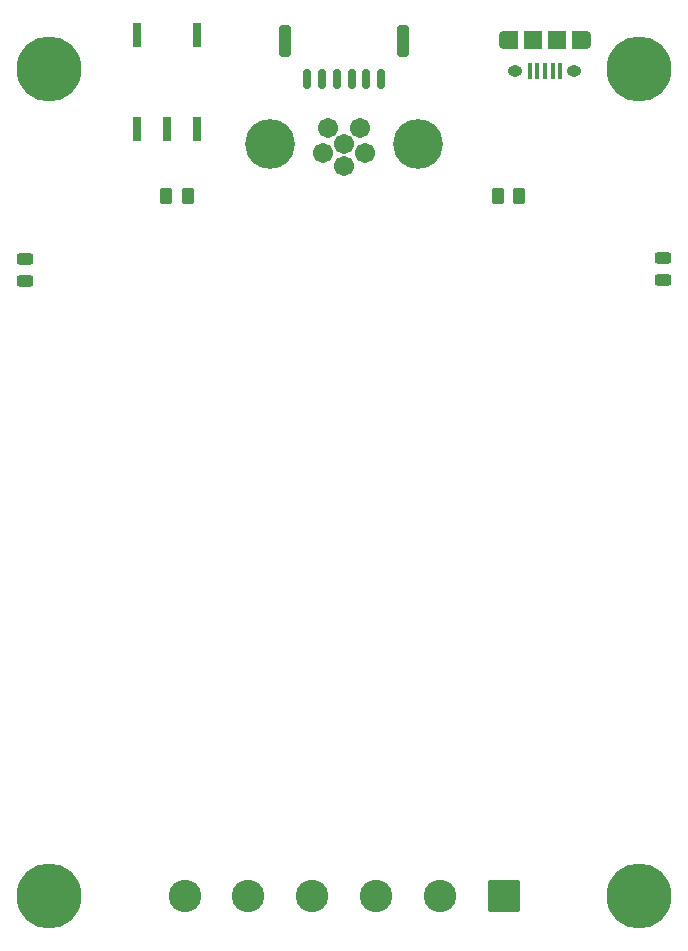
<source format=gbr>
%TF.GenerationSoftware,KiCad,Pcbnew,7.0.7-rc1*%
%TF.CreationDate,2024-03-01T23:28:45-05:00*%
%TF.ProjectId,COMPCBSTATIC,434f4d50-4342-4535-9441-5449432e6b69,rev?*%
%TF.SameCoordinates,Original*%
%TF.FileFunction,Soldermask,Top*%
%TF.FilePolarity,Negative*%
%FSLAX46Y46*%
G04 Gerber Fmt 4.6, Leading zero omitted, Abs format (unit mm)*
G04 Created by KiCad (PCBNEW 7.0.7-rc1) date 2024-03-01 23:28:45*
%MOMM*%
%LPD*%
G01*
G04 APERTURE LIST*
G04 Aperture macros list*
%AMRoundRect*
0 Rectangle with rounded corners*
0 $1 Rounding radius*
0 $2 $3 $4 $5 $6 $7 $8 $9 X,Y pos of 4 corners*
0 Add a 4 corners polygon primitive as box body*
4,1,4,$2,$3,$4,$5,$6,$7,$8,$9,$2,$3,0*
0 Add four circle primitives for the rounded corners*
1,1,$1+$1,$2,$3*
1,1,$1+$1,$4,$5*
1,1,$1+$1,$6,$7*
1,1,$1+$1,$8,$9*
0 Add four rect primitives between the rounded corners*
20,1,$1+$1,$2,$3,$4,$5,0*
20,1,$1+$1,$4,$5,$6,$7,0*
20,1,$1+$1,$6,$7,$8,$9,0*
20,1,$1+$1,$8,$9,$2,$3,0*%
G04 Aperture macros list end*
%ADD10R,0.400000X1.350000*%
%ADD11O,0.890000X1.550000*%
%ADD12R,1.200000X1.550000*%
%ADD13O,1.250000X0.950000*%
%ADD14R,1.500000X1.550000*%
%ADD15RoundRect,0.243750X0.456250X-0.243750X0.456250X0.243750X-0.456250X0.243750X-0.456250X-0.243750X0*%
%ADD16RoundRect,0.250000X1.125000X1.125000X-1.125000X1.125000X-1.125000X-1.125000X1.125000X-1.125000X0*%
%ADD17C,2.750000*%
%ADD18C,5.500000*%
%ADD19RoundRect,0.150000X0.150000X0.700000X-0.150000X0.700000X-0.150000X-0.700000X0.150000X-0.700000X0*%
%ADD20RoundRect,0.250000X0.250000X1.100000X-0.250000X1.100000X-0.250000X-1.100000X0.250000X-1.100000X0*%
%ADD21RoundRect,0.250000X0.262500X0.450000X-0.262500X0.450000X-0.262500X-0.450000X0.262500X-0.450000X0*%
%ADD22C,1.712000*%
%ADD23C,4.220000*%
%ADD24R,0.762000X2.032000*%
%ADD25RoundRect,0.250000X-0.262500X-0.450000X0.262500X-0.450000X0.262500X0.450000X-0.262500X0.450000X0*%
G04 APERTURE END LIST*
D10*
%TO.C,J2*%
X70300000Y-62200000D03*
X69650000Y-62200000D03*
X69000000Y-62200000D03*
X68350000Y-62200000D03*
X67700000Y-62200000D03*
D11*
X72500000Y-59500000D03*
D12*
X71900000Y-59500000D03*
D13*
X71500000Y-62200000D03*
D14*
X70000000Y-59500000D03*
X68000000Y-59500000D03*
D13*
X66500000Y-62200000D03*
D12*
X66100000Y-59500000D03*
D11*
X65500000Y-59500000D03*
%TD*%
D15*
%TO.C,D1*%
X79000000Y-79875000D03*
X79000000Y-78000000D03*
%TD*%
D16*
%TO.C,J4*%
X65500000Y-132000000D03*
D17*
X60100000Y-132000000D03*
X54700000Y-132000000D03*
X49300000Y-132000000D03*
X43900000Y-132000000D03*
X38500000Y-132000000D03*
%TD*%
D18*
%TO.C,H2*%
X77000000Y-132000000D03*
%TD*%
%TO.C,H1*%
X27000000Y-132000000D03*
%TD*%
D19*
%TO.C,J1*%
X55125000Y-62850000D03*
X53875000Y-62850000D03*
X52625000Y-62850000D03*
X51375000Y-62850000D03*
X50125000Y-62850000D03*
X48875000Y-62850000D03*
D20*
X56975000Y-59650000D03*
X47025000Y-59650000D03*
%TD*%
D21*
%TO.C,R2*%
X38762500Y-72750000D03*
X36937500Y-72750000D03*
%TD*%
D15*
%TO.C,D2*%
X25000000Y-79937500D03*
X25000000Y-78062500D03*
%TD*%
D22*
%TO.C,J3*%
X50650000Y-67000000D03*
X53350000Y-67000000D03*
X53750000Y-69090000D03*
X52000000Y-70240000D03*
X50250000Y-69090000D03*
X52000000Y-68340000D03*
D23*
X58250000Y-68340000D03*
X45750000Y-68340000D03*
%TD*%
D24*
%TO.C,SW1*%
X34460000Y-67078000D03*
X37000000Y-67078000D03*
X39540000Y-67078000D03*
X39540000Y-59077000D03*
X34460000Y-59077000D03*
%TD*%
D25*
%TO.C,R1*%
X64987500Y-72750000D03*
X66812500Y-72750000D03*
%TD*%
D18*
%TO.C,H3*%
X27000000Y-62000000D03*
%TD*%
%TO.C,H4*%
X77000000Y-62000000D03*
%TD*%
M02*

</source>
